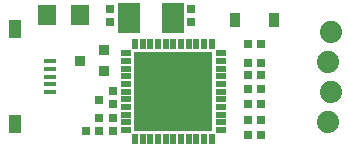
<source format=gts>
G04 (created by PCBNEW (2013-07-07 BZR 4022)-stable) date 4/25/2015 1:29:16 AM*
%MOIN*%
G04 Gerber Fmt 3.4, Leading zero omitted, Abs format*
%FSLAX34Y34*%
G01*
G70*
G90*
G04 APERTURE LIST*
%ADD10C,0.00590551*%
%ADD11R,0.0413X0.0157*%
%ADD12R,0.0433X0.059*%
%ADD13R,0.036X0.036*%
%ADD14R,0.038X0.05*%
%ADD15R,0.0371X0.0194*%
%ADD16R,0.0194X0.0371*%
%ADD17R,0.1336X0.1336*%
%ADD18R,0.063X0.071*%
%ADD19R,0.0314X0.0314*%
%ADD20R,0.0275X0.0315*%
%ADD21R,0.0315X0.0275*%
%ADD22R,0.0723291X0.0998882*%
%ADD23C,0.074*%
G04 APERTURE END LIST*
G54D10*
G54D11*
X44600Y-15889D03*
X44600Y-16145D03*
X44600Y-16400D03*
X44600Y-16655D03*
X44600Y-16911D03*
G54D12*
X43419Y-17974D03*
X43419Y-14826D03*
G54D13*
X46400Y-15525D03*
X46400Y-16225D03*
X45600Y-15875D03*
G54D14*
X50760Y-14515D03*
X52050Y-14515D03*
G54D15*
X50275Y-18180D03*
X50275Y-17924D03*
X50275Y-17412D03*
X50275Y-17156D03*
X50275Y-16900D03*
X50275Y-16644D03*
G54D16*
X49468Y-15325D03*
X49212Y-15325D03*
X48956Y-15325D03*
X48700Y-15325D03*
X48444Y-15325D03*
X48188Y-15325D03*
X47932Y-15325D03*
G54D15*
X50275Y-17668D03*
G54D17*
X49340Y-16260D03*
X49340Y-17540D03*
X48060Y-17540D03*
X48060Y-16260D03*
G54D15*
X47125Y-16132D03*
X47125Y-16388D03*
X47125Y-16644D03*
X47125Y-16900D03*
X47125Y-17156D03*
X47125Y-17412D03*
X47125Y-17668D03*
G54D16*
X47932Y-18475D03*
X48188Y-18475D03*
X48444Y-18475D03*
X48700Y-18475D03*
X48956Y-18475D03*
X49212Y-18475D03*
X49468Y-18475D03*
G54D15*
X50275Y-16388D03*
X50275Y-16132D03*
X50275Y-15876D03*
X50275Y-15620D03*
G54D16*
X49980Y-15325D03*
X49724Y-15325D03*
X47676Y-15325D03*
X47420Y-15325D03*
G54D15*
X47125Y-15620D03*
X47125Y-15876D03*
X47125Y-17924D03*
X47125Y-18180D03*
G54D16*
X47420Y-18475D03*
X47676Y-18475D03*
X49724Y-18475D03*
X49980Y-18475D03*
G54D18*
X44475Y-14350D03*
X45575Y-14350D03*
G54D19*
X46225Y-17770D03*
X46225Y-17180D03*
G54D20*
X46675Y-16884D03*
X46675Y-17316D03*
G54D21*
X51184Y-16825D03*
X51616Y-16825D03*
X51184Y-16350D03*
X51616Y-16350D03*
X51184Y-15950D03*
X51616Y-15950D03*
G54D20*
X46675Y-18216D03*
X46675Y-17784D03*
G54D21*
X51184Y-15300D03*
X51616Y-15300D03*
G54D20*
X46600Y-14566D03*
X46600Y-14134D03*
X49300Y-14134D03*
X49300Y-14566D03*
G54D21*
X51616Y-17325D03*
X51184Y-17325D03*
X45784Y-18225D03*
X46216Y-18225D03*
X51184Y-17850D03*
X51616Y-17850D03*
X51184Y-18350D03*
X51616Y-18350D03*
G54D22*
X47221Y-14450D03*
X48678Y-14450D03*
G54D23*
X53850Y-15900D03*
X53950Y-16900D03*
X53850Y-17900D03*
X53950Y-14900D03*
M02*

</source>
